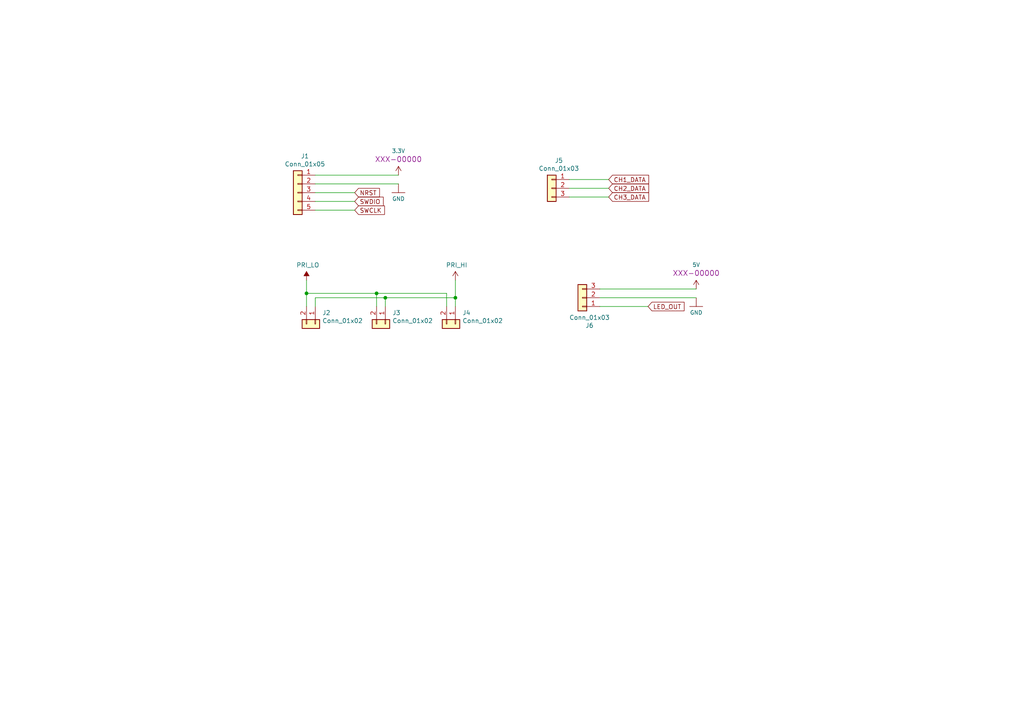
<source format=kicad_sch>
(kicad_sch (version 20230121) (generator eeschema)
  (paper "A4")
  (lib_symbols
    (symbol "CellLight-rescue:3.3V-SparkFun-PowerSymbols" (power) (pin_numbers hide) (pin_names (offset 1.016) hide)
      (property "Value" "3.3V-SparkFun-PowerSymbols" (at -1.27 3.81 0))
      (property "Footprint" "XXX-00000" (at 0 7.62 0))
      (symbol "3.3V-SparkFun-PowerSymbols_1_0"
        (polyline (pts (xy 0 0) (xy 0 2.54)))
        (polyline (pts (xy 0 2.54) (xy -0.762 1.27)))
        (polyline (pts (xy 0.762 1.27) (xy 0 2.54)))
      )
      (symbol "3.3V-SparkFun-PowerSymbols_1_1"
        (pin power_in line (at 0 0 90) (length 0) hide (name "3.3V") (number "~"))
      )
    )
    (symbol "CellLight-rescue:5V-SparkFun-PowerSymbols" (power) (pin_numbers hide) (pin_names (offset 1.016) hide)
      (property "Value" "5V-SparkFun-PowerSymbols" (at -1.27 3.81 0))
      (property "Footprint" "XXX-00000" (at 0 7.62 0))
      (symbol "5V-SparkFun-PowerSymbols_1_0"
        (polyline (pts (xy 0 0) (xy 0 2.54)))
        (polyline (pts (xy 0 2.54) (xy -0.762 1.27)))
        (polyline (pts (xy 0.762 1.27) (xy 0 2.54)))
      )
      (symbol "5V-SparkFun-PowerSymbols_1_1"
        (pin power_in line (at 0 0 90) (length 0) hide (name "5V") (number "~"))
      )
    )
    (symbol "CellLight-rescue:GND-SparkFun-PowerSymbols" (power) (pin_numbers hide) (pin_names (offset 1.016) hide)
      (property "Value" "GND-SparkFun-PowerSymbols" (at -1.778 -5.08 0))
      (symbol "GND-SparkFun-PowerSymbols_1_0"
        (polyline (pts (xy -1.905 -2.54) (xy 1.905 -2.54)))
        (polyline (pts (xy 0 0) (xy 0 -2.54)))
      )
      (symbol "GND-SparkFun-PowerSymbols_1_1"
        (pin power_in line (at 0 0 270) (length 0) hide (name "GND") (number "~"))
      )
    )
    (symbol "Connector_Generic:Conn_01x02" (pin_names (offset 1.016) hide)
      (property "Reference" "J" (at 0 2.54 0))
      (property "Value" "Conn_01x02" (at 0 -5.08 0))
      (symbol "Conn_01x02_1_1"
        (rectangle (start -1.27 -2.413) (end 0 -2.667) (stroke (width 0.1524)))
        (rectangle (start -1.27 0.127) (end 0 -0.127) (stroke (width 0.1524)))
        (rectangle (start -1.27 1.27) (end 1.27 -3.81) (stroke (width 0.254)) (fill (type background)))
        (pin passive line (at -5.08 0 0) (length 3.81) (name "Pin_1") (number "1"))
        (pin passive line (at -5.08 -2.54 0) (length 3.81) (name "Pin_2") (number "2"))
      )
    )
    (symbol "Connector_Generic:Conn_01x03" (pin_names (offset 1.016) hide)
      (property "Reference" "J" (at 0 5.08 0))
      (property "Value" "Conn_01x03" (at 0 -5.08 0))
      (symbol "Conn_01x03_1_1"
        (rectangle (start -1.27 -2.413) (end 0 -2.667) (stroke (width 0.1524)))
        (rectangle (start -1.27 0.127) (end 0 -0.127) (stroke (width 0.1524)))
        (rectangle (start -1.27 2.667) (end 0 2.413) (stroke (width 0.1524)))
        (rectangle (start -1.27 3.81) (end 1.27 -3.81) (stroke (width 0.254)) (fill (type background)))
        (pin passive line (at -5.08 2.54 0) (length 3.81) (name "Pin_1") (number "1"))
        (pin passive line (at -5.08 0 0) (length 3.81) (name "Pin_2") (number "2"))
        (pin passive line (at -5.08 -2.54 0) (length 3.81) (name "Pin_3") (number "3"))
      )
    )
    (symbol "Connector_Generic:Conn_01x05" (pin_names (offset 1.016) hide)
      (property "Reference" "J" (at 0 7.62 0))
      (property "Value" "Conn_01x05" (at 0 -7.62 0))
      (symbol "Conn_01x05_1_1"
        (rectangle (start -1.27 -4.953) (end 0 -5.207) (stroke (width 0.1524)))
        (rectangle (start -1.27 -2.413) (end 0 -2.667) (stroke (width 0.1524)))
        (rectangle (start -1.27 0.127) (end 0 -0.127) (stroke (width 0.1524)))
        (rectangle (start -1.27 2.667) (end 0 2.413) (stroke (width 0.1524)))
        (rectangle (start -1.27 5.207) (end 0 4.953) (stroke (width 0.1524)))
        (rectangle (start -1.27 6.35) (end 1.27 -6.35) (stroke (width 0.254)) (fill (type background)))
        (pin passive line (at -5.08 5.08 0) (length 3.81) (name "Pin_1") (number "1"))
        (pin passive line (at -5.08 2.54 0) (length 3.81) (name "Pin_2") (number "2"))
        (pin passive line (at -5.08 0 0) (length 3.81) (name "Pin_3") (number "3"))
        (pin passive line (at -5.08 -2.54 0) (length 3.81) (name "Pin_4") (number "4"))
        (pin passive line (at -5.08 -5.08 0) (length 3.81) (name "Pin_5") (number "5"))
      )
    )
    (symbol "power:PRI_HI" (power) (pin_names (offset 0))
      (property "Value" "PRI_HI" (at 0 3.81 0))
      (symbol "PRI_HI_0_1"
        (polyline (pts (xy -0.762 1.27) (xy 0 2.54)))
        (polyline (pts (xy 0 0) (xy 0 2.54)))
        (polyline (pts (xy 0 2.54) (xy 0.762 1.27)))
      )
      (symbol "PRI_HI_1_1"
        (pin power_in line (at 0 0 90) (length 0) hide (name "PRI_HI") (number "1"))
      )
    )
    (symbol "power:PRI_LO" (power) (pin_names (offset 0))
      (property "Value" "PRI_LO" (at 0 3.81 0))
      (symbol "PRI_LO_0_1"
        (polyline (pts (xy 0 0) (xy 0 2.54)))
        (polyline (pts (xy 0.762 1.27) (xy -0.762 1.27) (xy 0 2.54) (xy 0.762 1.27)) (fill (type outline)))
      )
      (symbol "PRI_LO_1_1"
        (pin power_in line (at 0 0 90) (length 0) hide (name "PRI_LO") (number "1"))
      )
    )
  )
  (junction (at 111.76 86.36))
  (junction (at 88.9 85.09))
  (junction (at 109.22 85.09))
  (junction (at 132.08 86.36))
  (wire (pts (xy 91.44 53.34) (xy 115.57 53.34)))
  (wire (pts (xy 173.99 86.36) (xy 201.93 86.36)))
  (wire (pts (xy 91.44 86.36) (xy 111.76 86.36)))
  (wire (pts (xy 88.9 88.9) (xy 88.9 85.09)))
  (wire (pts (xy 88.9 81.28) (xy 88.9 85.09)))
  (wire (pts (xy 111.76 86.36) (xy 111.76 88.9)))
  (wire (pts (xy 173.99 88.9) (xy 187.96 88.9)))
  (wire (pts (xy 129.54 85.09) (xy 129.54 88.9)))
  (wire (pts (xy 132.08 81.28) (xy 132.08 86.36)))
  (wire (pts (xy 165.1 57.15) (xy 176.53 57.15)))
  (wire (pts (xy 173.99 83.82) (xy 201.93 83.82)))
  (wire (pts (xy 132.08 86.36) (xy 132.08 88.9)))
  (wire (pts (xy 91.44 60.96) (xy 102.87 60.96)))
  (wire (pts (xy 165.1 54.61) (xy 176.53 54.61)))
  (wire (pts (xy 109.22 85.09) (xy 129.54 85.09)))
  (wire (pts (xy 91.44 55.88) (xy 102.87 55.88)))
  (wire (pts (xy 88.9 85.09) (xy 109.22 85.09)))
  (wire (pts (xy 115.57 50.8) (xy 91.44 50.8)))
  (wire (pts (xy 109.22 85.09) (xy 109.22 88.9)))
  (wire (pts (xy 91.44 58.42) (xy 102.87 58.42)))
  (wire (pts (xy 165.1 52.07) (xy 176.53 52.07)))
  (wire (pts (xy 111.76 86.36) (xy 132.08 86.36)))
  (wire (pts (xy 91.44 88.9) (xy 91.44 86.36)))
  (global_label "CH3_DATA" (shape input) (at 176.53 57.15 0) (property "Intersheetrefs" "${INTERSHEET_REFS}" (effects hide)))
  (global_label "CH2_DATA" (shape input) (at 176.53 54.61 0) (property "Intersheetrefs" "${INTERSHEET_REFS}" (effects hide)))
  (global_label "LED_OUT" (shape input) (at 187.96 88.9 0) (property "Intersheetrefs" "${INTERSHEET_REFS}" (effects hide)))
  (global_label "SWDIO" (shape input) (at 102.87 58.42 0) (property "Intersheetrefs" "${INTERSHEET_REFS}" (effects hide)))
  (global_label "CH1_DATA" (shape input) (at 176.53 52.07 0) (property "Intersheetrefs" "${INTERSHEET_REFS}" (effects hide)))
  (global_label "NRST" (shape input) (at 102.87 55.88 0) (property "Intersheetrefs" "${INTERSHEET_REFS}" (effects hide)))
  (global_label "SWCLK" (shape input) (at 102.87 60.96 0) (property "Intersheetrefs" "${INTERSHEET_REFS}" (effects hide)))
  (symbol (lib_id "Connector_Generic:Conn_01x05") (at 86.36 55.88 0) (mirror y) (unit 1)
    (property "Reference" "J1" (at 88.4428 45.2882 0))
    (property "Value" "Conn_01x05" (at 88.4428 47.5996 0))
    (property "Footprint" "Connector_PinSocket_2.54mm:PinSocket_1x05_P2.54mm_Vertical" (effects hide))
  )
  (symbol (lib_id "CellLight-rescue:GND-SparkFun-PowerSymbols") (at 115.57 53.34 0) (unit 1)
    (property "Reference" "#GND06" (effects hide))
    (property "Value" "GND" (at 115.57 57.658 0) (effects (font (size 1.143 1.143))))
  )
  (symbol (lib_id "CellLight-rescue:3.3V-SparkFun-PowerSymbols") (at 115.57 50.8 0) (unit 1)
    (property "Reference" "#SUPPLY06" (effects hide))
    (property "Value" "3.3V" (at 115.57 43.7896 0) (effects (font (size 1.143 1.143))))
    (property "Footprint" "XXX-00000" (at 115.57 46.2026 0) (effects (font (size 1.524 1.524))))
  )
  (symbol (lib_id "Connector_Generic:Conn_01x02") (at 91.44 93.98 270) (unit 1)
    (property "Reference" "J2" (at 93.472 90.7288 90) (effects (justify left)))
    (property "Value" "Conn_01x02" (at 93.472 93.0402 90) (effects (justify left)))
    (property "Footprint" "Connector_JST:JST_GH_BM02B-GHS-TBT_1x02-1MP_P1.25mm_Vertical" (effects hide))
  )
  (symbol (lib_id "Connector_Generic:Conn_01x02") (at 111.76 93.98 270) (unit 1)
    (property "Reference" "J3" (at 113.792 90.7288 90) (effects (justify left)))
    (property "Value" "Conn_01x02" (at 113.792 93.0402 90) (effects (justify left)))
    (property "Footprint" "Connector_JST:JST_GH_BM02B-GHS-TBT_1x02-1MP_P1.25mm_Vertical" (effects hide))
  )
  (symbol (lib_id "Connector_Generic:Conn_01x02") (at 132.08 93.98 270) (unit 1)
    (property "Reference" "J4" (at 134.112 90.7288 90) (effects (justify left)))
    (property "Value" "Conn_01x02" (at 134.112 93.0402 90) (effects (justify left)))
    (property "Footprint" "Connector_JST:JST_GH_BM02B-GHS-TBT_1x02-1MP_P1.25mm_Vertical" (effects hide))
  )
  (symbol (lib_id "power:PRI_HI") (at 132.08 81.28 0) (unit 1)
    (property "Reference" "#PWR02" (effects hide))
    (property "Value" "PRI_HI" (at 132.461 76.8858 0))
  )
  (symbol (lib_id "power:PRI_LO") (at 88.9 81.28 0) (unit 1)
    (property "Reference" "#PWR01" (effects hide))
    (property "Value" "PRI_LO" (at 89.281 76.8858 0))
  )
  (symbol (lib_id "Connector_Generic:Conn_01x03") (at 160.02 54.61 0) (mirror y) (unit 1)
    (property "Reference" "J5" (at 162.1028 46.5582 0))
    (property "Value" "Conn_01x03" (at 162.1028 48.8696 0))
    (property "Footprint" "Connector_JST:JST_GH_BM03B-GHS-TBT_1x03-1MP_P1.25mm_Vertical" (effects hide))
  )
  (symbol (lib_id "Connector_Generic:Conn_01x03") (at 168.91 86.36 180) (unit 1)
    (property "Reference" "J6" (at 170.9928 94.4118 0))
    (property "Value" "Conn_01x03" (at 170.9928 92.1004 0))
    (property "Footprint" "Connector_JST:JST_GH_BM03B-GHS-TBT_1x03-1MP_P1.25mm_Vertical" (effects hide))
  )
  (symbol (lib_id "CellLight-rescue:5V-SparkFun-PowerSymbols") (at 201.93 83.82 0) (unit 1)
    (property "Reference" "#SUPPLY07" (effects hide))
    (property "Value" "5V" (at 201.93 76.8096 0) (effects (font (size 1.143 1.143))))
    (property "Footprint" "XXX-00000" (at 201.93 79.2226 0) (effects (font (size 1.524 1.524))))
  )
  (symbol (lib_id "CellLight-rescue:GND-SparkFun-PowerSymbols") (at 201.93 86.36 0) (unit 1)
    (property "Reference" "#GND07" (effects hide))
    (property "Value" "GND" (at 201.93 90.678 0) (effects (font (size 1.143 1.143))))
  )
)
</source>
